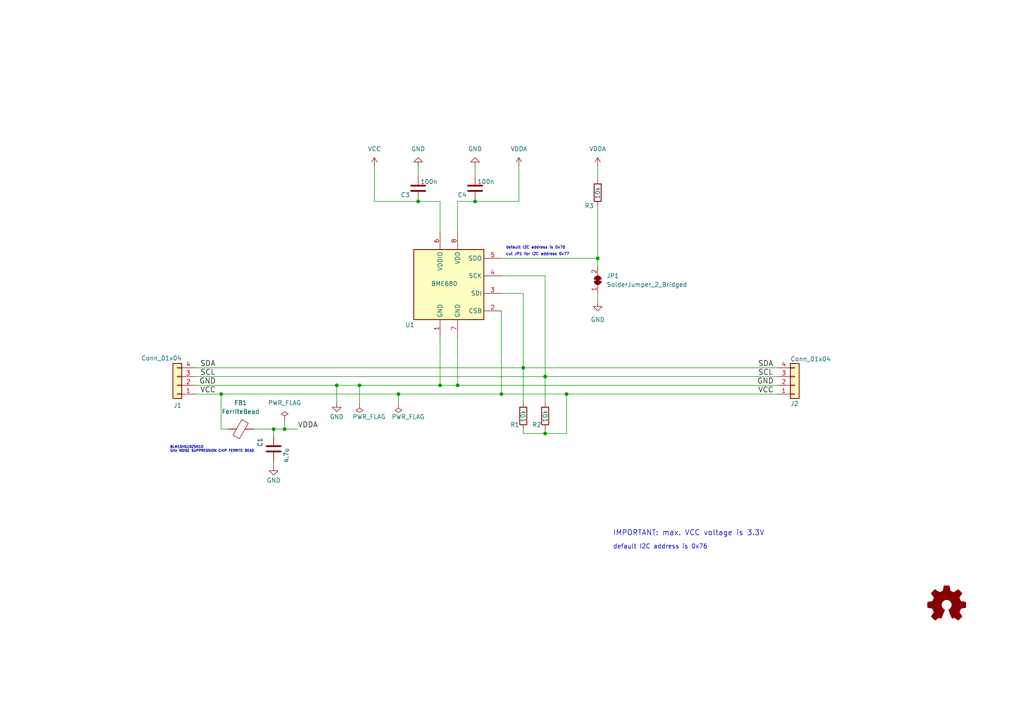
<source format=kicad_sch>
(kicad_sch (version 20211123) (generator eeschema)
  (paper "A4")
  (title_block (title "I2C_Module_BME680_FUEL4EP") (date "2024-02-08") (rev "1.2") (company "FUEL4EP") (comment 1 "fitting to  HB-UNI-SEN-BATT_ATMega1284P_E07-868MS10_FUEL4EP") (comment 2 "Creative Commons License, non-commercial"))
  (lib_symbols
    (symbol "Connector_Generic:Conn_01x04" (pin_names (offset 1.016) hide)
      (property "Reference" "J" (at 0 5.08 0))
      (property "Value" "Conn_01x04" (at 0 -7.62 0))
      (symbol "Conn_01x04_1_1"
        (rectangle (start -1.27 -4.953) (end 0 -5.207) (stroke (width 0.1524)))
        (rectangle (start -1.27 -2.413) (end 0 -2.667) (stroke (width 0.1524)))
        (rectangle (start -1.27 0.127) (end 0 -0.127) (stroke (width 0.1524)))
        (rectangle (start -1.27 2.667) (end 0 2.413) (stroke (width 0.1524)))
        (rectangle (start -1.27 3.81) (end 1.27 -6.35) (stroke (width 0.254)) (fill (type background)))
        (pin passive line (at -5.08 2.54 0) (length 3.81) (name "Pin_1") (number "1"))
        (pin passive line (at -5.08 0 0) (length 3.81) (name "Pin_2") (number "2"))
        (pin passive line (at -5.08 -2.54 0) (length 3.81) (name "Pin_3") (number "3"))
        (pin passive line (at -5.08 -5.08 0) (length 3.81) (name "Pin_4") (number "4"))
      )
    )
    (symbol "Device:C" (pin_numbers hide) (pin_names (offset 0.254))
      (property "Reference" "C" (at 0.635 2.54 0))
      (property "Value" "C" (at 0.635 -2.54 0))
      (symbol "C_0_1"
        (polyline (pts (xy -2.032 -0.762) (xy 2.032 -0.762)) (stroke (width 0.508)))
        (polyline (pts (xy -2.032 0.762) (xy 2.032 0.762)) (stroke (width 0.508)))
      )
      (symbol "C_1_1"
        (pin passive line (at 0 3.81 270) (length 2.794) (name "~") (number "1"))
        (pin passive line (at 0 -3.81 90) (length 2.794) (name "~") (number "2"))
      )
    )
    (symbol "Device:FerriteBead" (pin_numbers hide) (pin_names (offset 0))
      (property "Reference" "FB" (at -3.81 0.635 90))
      (property "Value" "FerriteBead" (at 3.81 0 90))
      (symbol "FerriteBead_0_1"
        (polyline (pts (xy 0 -1.27) (xy 0 -1.2192)))
        (polyline (pts (xy 0 1.27) (xy 0 1.2954)))
        (polyline (pts (xy -2.7686 0.4064) (xy -1.7018 2.2606) (xy 2.7686 -0.3048) (xy 1.6764 -2.159) (xy -2.7686 0.4064)))
      )
      (symbol "FerriteBead_1_1"
        (pin passive line (at 0 3.81 270) (length 2.54) (name "~") (number "1"))
        (pin passive line (at 0 -3.81 90) (length 2.54) (name "~") (number "2"))
      )
    )
    (symbol "Device:R" (pin_numbers hide) (pin_names (offset 0))
      (property "Reference" "R" (at 2.032 0 90))
      (property "Value" "R" (at 0 0 90))
      (symbol "R_0_1"
        (rectangle (start -1.016 -2.54) (end 1.016 2.54) (stroke (width 0.254)))
      )
      (symbol "R_1_1"
        (pin passive line (at 0 3.81 270) (length 1.27) (name "~") (number "1"))
        (pin passive line (at 0 -3.81 90) (length 1.27) (name "~") (number "2"))
      )
    )
    (symbol "Graphic:Logo_Open_Hardware_Small" (pin_names (offset 1.016))
      (symbol "Logo_Open_Hardware_Small_0_1"
        (polyline (pts (xy 3.3528 -4.3434) (xy 3.302 -4.318) (xy 3.175 -4.2418) (xy 2.9972 -4.1148) (xy 2.7686 -3.9624) (xy 2.54 -3.81) (xy 2.3622 -3.7084) (xy 2.2352 -3.6068) (xy 2.1844 -3.5814) (xy 2.159 -3.6068) (xy 2.0574 -3.6576) (xy 1.905 -3.7338) (xy 1.8034 -3.7846) (xy 1.6764 -3.8354) (xy 1.6002 -3.8354) (xy 1.6002 -3.8354) (xy 1.5494 -3.7338) (xy 1.4732 -3.5306) (xy 1.3462 -3.302) (xy 1.2446 -3.0226) (xy 1.1176 -2.7178) (xy 0.9652 -2.413) (xy 0.8636 -2.1082) (xy 0.7366 -1.8288) (xy 0.6604 -1.6256) (xy 0.6096 -1.4732) (xy 0.5842 -1.397) (xy 0.5842 -1.397) (xy 0.6604 -1.3208) (xy 0.7874 -1.2446) (xy 1.0414 -1.016) (xy 1.2954 -0.6858) (xy 1.4478 -0.3302) (xy 1.524 0.0762) (xy 1.4732 0.4572) (xy 1.3208 0.8128) (xy 1.0668 1.143) (xy 0.762 1.3716) (xy 0.4064 1.524) (xy 0 1.5748) (xy -0.381 1.5494) (xy -0.7366 1.397) (xy -1.0668 1.143) (xy -1.2192 0.9906) (xy -1.397 0.6604) (xy -1.524 0.3048) (xy -1.524 0.2286) (xy -1.4986 -0.1778) (xy -1.397 -0.5334) (xy -1.1938 -0.8636) (xy -0.9144 -1.143) (xy -0.8636 -1.1684) (xy -0.7366 -1.27) (xy -0.635 -1.3462) (xy -0.5842 -1.397) (xy -1.0668 -2.5908) (xy -1.143 -2.794) (xy -1.2954 -3.1242) (xy -1.397 -3.4036) (xy -1.4986 -3.6322) (xy -1.5748 -3.7846) (xy -1.6002 -3.8354) (xy -1.6002 -3.8354) (xy -1.651 -3.8354) (xy -1.7272 -3.81) (xy -1.905 -3.7338) (xy -2.0066 -3.683) (xy -2.1336 -3.6068) (xy -2.2098 -3.5814) (xy -2.2606 -3.6068) (xy -2.3622 -3.683) (xy -2.54 -3.81) (xy -2.7686 -3.9624) (xy -2.9718 -4.0894) (xy -3.1496 -4.2164) (xy -3.302 -4.318) (xy -3.3528 -4.3434) (xy -3.3782 -4.3434) (xy -3.429 -4.318) (xy -3.5306 -4.2164) (xy -3.7084 -4.064) (xy -3.937 -3.8354) (xy -3.9624 -3.81) (xy -4.1656 -3.6068) (xy -4.318 -3.4544) (xy -4.4196 -3.3274) (xy -4.445 -3.2766) (xy -4.445 -3.2766) (xy -4.4196 -3.2258) (xy -4.318 -3.0734) (xy -4.2164 -2.8956) (xy -4.064 -2.667) (xy -3.6576 -2.0828) (xy -3.8862 -1.5494) (xy -3.937 -1.3716) (xy -4.0386 -1.1684) (xy -4.0894 -1.0414) (xy -4.1148 -0.9652) (xy -4.191 -0.9398) (xy -4.318 -0.9144) (xy -4.5466 -0.8636) (xy -4.8006 -0.8128) (xy -5.0546 -0.7874) (xy -5.2578 -0.7366) (xy -5.4356 -0.7112) (xy -5.5118 -0.6858) (xy -5.5118 -0.6858) (xy -5.5372 -0.635) (xy -5.5372 -0.5588) (xy -5.5372 -0.4318) (xy -5.5626 -0.2286) (xy -5.5626 0.0762) (xy -5.5626 0.127) (xy -5.5372 0.4064) (xy -5.5372 0.635) (xy -5.5372 0.762) (xy -5.5372 0.8382) (xy -5.5372 0.8382) (xy -5.461 0.8382) (xy -5.3086 0.889) (xy -5.08 0.9144) (xy -4.826 0.9652) (xy -4.8006 0.9906) (xy -4.5466 1.0414) (xy -4.318 1.0668) (xy -4.1656 1.1176) (xy -4.0894 1.143) (xy -4.0894 1.143) (xy -4.0386 1.2446) (xy -3.9624 1.4224) (xy -3.8608 1.6256) (xy -3.7846 1.8288) (xy -3.7084 2.0066) (xy -3.6576 2.159) (xy -3.6322 2.2098) (xy -3.6322 2.2098) (xy -3.683 2.286) (xy -3.7592 2.413) (xy -3.8862 2.5908) (xy -4.064 2.8194) (xy -4.064 2.8448) (xy -4.2164 3.0734) (xy -4.3434 3.2512) (xy -4.4196 3.3782) (xy -4.445 3.4544) (xy -4.445 3.4544) (xy -4.3942 3.5052) (xy -4.2926 3.6322) (xy -4.1148 3.81) (xy -3.937 4.0132) (xy -3.8608 4.064) (xy -3.6576 4.2926) (xy -3.5052 4.4196) (xy -3.4036 4.4958) (xy -3.3528 4.5212) (xy -3.3528 4.5212) (xy -3.302 4.4704) (xy -3.1496 4.3688) (xy -2.9718 4.2418) (xy -2.7432 4.0894) (xy -2.7178 4.0894) (xy -2.4892 3.937) (xy -2.3114 3.81) (xy -2.1844 3.7084) (xy -2.1336 3.683) (xy -2.1082 3.683) (xy -2.032 3.7084) (xy -1.8542 3.7592) (xy -1.6764 3.8354) (xy -1.4732 3.937) (xy -1.27 4.0132) (xy -1.143 4.064) (xy -1.0668 4.1148) (xy -1.0668 4.1148) (xy -1.0414 4.191) (xy -1.016 4.3434) (xy -0.9652 4.572) (xy -0.9144 4.8514) (xy -0.889 4.9022) (xy -0.8382 5.1562) (xy -0.8128 5.3848) (xy -0.7874 5.5372) (xy -0.762 5.588) (xy -0.7112 5.6134) (xy -0.5842 5.6134) (xy -0.4064 5.6134) (xy -0.1524 5.6134) (xy 0.0762 5.6134) (xy 0.3302 5.6134) (xy 0.5334 5.6134) (xy 0.6858 5.588) (xy 0.7366 5.588) (xy 0.7366 5.588) (xy 0.762 5.5118) (xy 0.8128 5.334) (xy 0.8382 5.1054) (xy 0.9144 4.826) (xy 0.9144 4.7752) (xy 0.9652 4.5212) (xy 1.016 4.2926) (xy 1.0414 4.1402) (xy 1.0668 4.0894) (xy 1.0668 4.0894) (xy 1.1938 4.0386) (xy 1.3716 3.9624) (xy 1.5748 3.8608) (xy 2.0828 3.6576) (xy 2.7178 4.0894) (xy 2.7686 4.1402) (xy 2.9972 4.2926) (xy 3.175 4.4196) (xy 3.302 4.4958) (xy 3.3782 4.5212) (xy 3.3782 4.5212) (xy 3.429 4.4704) (xy 3.556 4.3434) (xy 3.7338 4.191) (xy 3.9116 3.9878) (xy 4.064 3.8354) (xy 4.2418 3.6576) (xy 4.3434 3.556) (xy 4.4196 3.4798) (xy 4.4196 3.429) (xy 4.4196 3.4036) (xy 4.3942 3.3274) (xy 4.2926 3.2004) (xy 4.1656 2.9972) (xy 4.0132 2.794) (xy 3.8862 2.5908) (xy 3.7592 2.3876) (xy 3.6576 2.2352) (xy 3.6322 2.159) (xy 3.6322 2.1336) (xy 3.683 2.0066) (xy 3.7592 1.8288) (xy 3.8608 1.6002) (xy 4.064 1.1176) (xy 4.3942 1.0414) (xy 4.5974 1.016) (xy 4.8768 0.9652) (xy 5.1308 0.9144) (xy 5.5372 0.8382) (xy 5.5626 -0.6604) (xy 5.4864 -0.6858) (xy 5.4356 -0.6858) (xy 5.2832 -0.7366) (xy 5.0546 -0.762) (xy 4.8006 -0.8128) (xy 4.5974 -0.8636) (xy 4.3688 -0.9144) (xy 4.2164 -0.9398) (xy 4.1402 -0.9398) (xy 4.1148 -0.9652) (xy 4.064 -1.0668) (xy 3.9878 -1.2446) (xy 3.9116 -1.4478) (xy 3.81 -1.651) (xy 3.7338 -1.8542) (xy 3.683 -2.0066) (xy 3.6576 -2.0828) (xy 3.683 -2.1336) (xy 3.7846 -2.2606) (xy 3.8862 -2.4638) (xy 4.0386 -2.667) (xy 4.191 -2.8956) (xy 4.318 -3.0734) (xy 4.3942 -3.2004) (xy 4.445 -3.2766) (xy 4.4196 -3.3274) (xy 4.3434 -3.429) (xy 4.1656 -3.5814) (xy 3.937 -3.8354) (xy 3.8862 -3.8608) (xy 3.683 -4.064) (xy 3.5306 -4.2164) (xy 3.4036 -4.318) (xy 3.3528 -4.3434)) (fill (type outline)))
      )
    )
    (symbol "Jumper:SolderJumper_2_Bridged" (pin_names (offset 0) hide)
      (property "Reference" "JP" (at 0 2.032 0))
      (property "Value" "SolderJumper_2_Bridged" (at 0 -2.54 0))
      (symbol "SolderJumper_2_Bridged_0_1"
        (rectangle (start -0.508 0.508) (end 0.508 -0.508) (fill (type outline)))
        (arc (start -0.254 1.016) (mid -1.27 0) (end -0.254 -1.016))
        (arc (start -0.254 1.016) (mid -1.27 0) (end -0.254 -1.016) (fill (type outline)))
        (polyline (pts (xy -0.254 1.016) (xy -0.254 -1.016)))
        (polyline (pts (xy 0.254 1.016) (xy 0.254 -1.016)))
        (arc (start 0.254 -1.016) (mid 1.27 0) (end 0.254 1.016))
        (arc (start 0.254 -1.016) (mid 1.27 0) (end 0.254 1.016) (fill (type outline)))
      )
      (symbol "SolderJumper_2_Bridged_1_1"
        (pin passive line (at -3.81 0 0) (length 2.54) (name "A") (number "1"))
        (pin passive line (at 3.81 0 180) (length 2.54) (name "B") (number "2"))
      )
    )
    (symbol "Sensor:BME680"
      (property "Reference" "U" (at -8.89 11.43 0))
      (property "Value" "BME680" (at 7.62 11.43 0))
      (symbol "BME680_0_1"
        (rectangle (start -10.16 10.16) (end 10.16 -10.16) (stroke (width 0.254)) (fill (type background)))
      )
      (symbol "BME680_1_1"
        (pin power_in line (at -2.54 -15.24 90) (length 5.08) (name "GND") (number "1"))
        (pin input line (at 15.24 -7.62 180) (length 5.08) (name "CSB") (number "2"))
        (pin bidirectional line (at 15.24 -2.54 180) (length 5.08) (name "SDI") (number "3"))
        (pin input line (at 15.24 2.54 180) (length 5.08) (name "SCK") (number "4"))
        (pin bidirectional line (at 15.24 7.62 180) (length 5.08) (name "SDO") (number "5"))
        (pin power_in line (at -2.54 15.24 270) (length 5.08) (name "VDDIO") (number "6"))
        (pin power_in line (at 2.54 -15.24 90) (length 5.08) (name "GND") (number "7"))
        (pin power_in line (at 2.54 15.24 270) (length 5.08) (name "VDD") (number "8"))
      )
    )
    (symbol "power:GND" (power) (pin_names (offset 0))
      (property "Value" "GND" (at 0 -3.81 0))
      (symbol "GND_0_1"
        (polyline (pts (xy 0 0) (xy 0 -1.27) (xy 1.27 -1.27) (xy 0 -2.54) (xy -1.27 -1.27) (xy 0 -1.27)))
      )
      (symbol "GND_1_1"
        (pin power_in line (at 0 0 270) (length 0) hide (name "GND") (number "1"))
      )
    )
    (symbol "power:PWR_FLAG" (power) (pin_numbers hide) (pin_names (offset 0) hide)
      (property "Value" "PWR_FLAG" (at 0 3.81 0))
      (symbol "PWR_FLAG_0_0"
        (pin power_out line (at 0 0 90) (length 0) (name "pwr") (number "1"))
      )
      (symbol "PWR_FLAG_0_1"
        (polyline (pts (xy 0 0) (xy 0 1.27) (xy -1.016 1.905) (xy 0 2.54) (xy 1.016 1.905) (xy 0 1.27)))
      )
    )
    (symbol "power:VCC" (power) (pin_names (offset 0))
      (property "Value" "VCC" (at 0 3.81 0))
      (symbol "VCC_0_1"
        (polyline (pts (xy -0.762 1.27) (xy 0 2.54)))
        (polyline (pts (xy 0 0) (xy 0 2.54)))
        (polyline (pts (xy 0 2.54) (xy 0.762 1.27)))
      )
      (symbol "VCC_1_1"
        (pin power_in line (at 0 0 90) (length 0) hide (name "VCC") (number "1"))
      )
    )
    (symbol "power:VDDA" (power) (pin_names (offset 0))
      (property "Value" "VDDA" (at 0 3.81 0))
      (symbol "VDDA_0_1"
        (polyline (pts (xy -0.762 1.27) (xy 0 2.54)))
        (polyline (pts (xy 0 0) (xy 0 2.54)))
        (polyline (pts (xy 0 2.54) (xy 0.762 1.27)))
      )
      (symbol "VDDA_1_1"
        (pin power_in line (at 0 0 90) (length 0) hide (name "VDDA") (number "1"))
      )
    )
  )
  (junction (at 158.115 109.22))
  (junction (at 64.135 114.3))
  (junction (at 127.635 111.76))
  (junction (at 132.715 111.76))
  (junction (at 137.795 58.42))
  (junction (at 164.338 114.3))
  (junction (at 79.375 124.46))
  (junction (at 121.285 58.42))
  (junction (at 158.115 125.73))
  (junction (at 97.663 111.76))
  (junction (at 151.765 106.68))
  (junction (at 104.267 111.76))
  (junction (at 145.415 114.3))
  (junction (at 82.55 124.46))
  (junction (at 115.57 114.3))
  (junction (at 173.355 74.93))
  (wire (pts (xy 151.765 85.09) (xy 151.765 106.68)))
  (wire (pts (xy 56.515 109.22) (xy 158.115 109.22)))
  (wire (pts (xy 97.663 111.76) (xy 104.267 111.76)))
  (wire (pts (xy 145.415 85.09) (xy 151.765 85.09)))
  (wire (pts (xy 158.115 80.01) (xy 158.115 109.22)))
  (wire (pts (xy 158.115 109.22) (xy 225.425 109.22)))
  (wire (pts (xy 127.635 67.31) (xy 127.635 58.42)))
  (wire (pts (xy 173.355 48.26) (xy 173.355 52.07)))
  (wire (pts (xy 151.765 124.46) (xy 151.765 125.73)))
  (wire (pts (xy 56.515 106.68) (xy 151.765 106.68)))
  (wire (pts (xy 121.285 48.26) (xy 121.285 50.8)))
  (wire (pts (xy 132.715 58.42) (xy 137.795 58.42)))
  (wire (pts (xy 86.36 124.46) (xy 82.55 124.46)))
  (wire (pts (xy 97.663 111.76) (xy 97.663 116.84)))
  (wire (pts (xy 150.495 48.26) (xy 150.495 58.42)))
  (wire (pts (xy 151.765 106.68) (xy 225.425 106.68)))
  (wire (pts (xy 158.115 124.46) (xy 158.115 125.73)))
  (wire (pts (xy 145.415 80.01) (xy 158.115 80.01)))
  (wire (pts (xy 121.285 58.42) (xy 127.635 58.42)))
  (wire (pts (xy 164.338 125.73) (xy 164.338 114.3)))
  (wire (pts (xy 79.375 133.985) (xy 79.375 135.255)))
  (wire (pts (xy 173.355 59.69) (xy 173.355 74.93)))
  (wire (pts (xy 173.355 85.09) (xy 173.355 87.63)))
  (wire (pts (xy 158.115 125.73) (xy 164.338 125.73)))
  (wire (pts (xy 82.55 124.46) (xy 79.375 124.46)))
  (wire (pts (xy 132.715 97.79) (xy 132.715 111.76)))
  (wire (pts (xy 137.795 58.42) (xy 150.495 58.42)))
  (wire (pts (xy 151.765 125.73) (xy 158.115 125.73)))
  (wire (pts (xy 82.55 121.92) (xy 82.55 124.46)))
  (wire (pts (xy 173.355 74.93) (xy 173.355 77.47)))
  (wire (pts (xy 145.415 90.17) (xy 145.415 114.3)))
  (wire (pts (xy 115.57 114.3) (xy 115.57 117.094)))
  (wire (pts (xy 79.375 124.46) (xy 79.375 126.365)))
  (wire (pts (xy 127.635 97.79) (xy 127.635 111.76)))
  (wire (pts (xy 132.715 67.31) (xy 132.715 58.42)))
  (wire (pts (xy 151.765 106.68) (xy 151.765 116.84)))
  (wire (pts (xy 108.585 58.42) (xy 121.285 58.42)))
  (wire (pts (xy 64.135 114.3) (xy 115.57 114.3)))
  (wire (pts (xy 137.795 48.26) (xy 137.795 50.8)))
  (wire (pts (xy 127.635 111.76) (xy 132.715 111.76)))
  (wire (pts (xy 145.415 74.93) (xy 173.355 74.93)))
  (wire (pts (xy 56.515 114.3) (xy 64.135 114.3)))
  (wire (pts (xy 64.135 124.46) (xy 66.04 124.46)))
  (wire (pts (xy 108.585 48.26) (xy 108.585 58.42)))
  (wire (pts (xy 158.115 109.22) (xy 158.115 116.84)))
  (wire (pts (xy 56.515 111.76) (xy 97.663 111.76)))
  (wire (pts (xy 104.267 111.76) (xy 127.635 111.76)))
  (wire (pts (xy 115.57 114.3) (xy 145.415 114.3)))
  (wire (pts (xy 73.66 124.46) (xy 79.375 124.46)))
  (wire (pts (xy 132.715 111.76) (xy 225.425 111.76)))
  (wire (pts (xy 104.267 111.76) (xy 104.267 117.094)))
  (wire (pts (xy 164.338 114.3) (xy 225.425 114.3)))
  (wire (pts (xy 64.135 114.3) (xy 64.135 124.46)))
  (wire (pts (xy 145.415 114.3) (xy 164.338 114.3)))
  (text "cut JP1 for I2C address 0x77\n" (at 146.685 74.295 0) (effects (font (size 0.8 0.8)) (justify left bottom)))
  (text "BLM15HG102SN1D\nGHz NOISE SUPPRESSION CHIP FERRITE BEAD" (at 49.276 131.318 0) (effects (font (size 0.7 0.7)) (justify left bottom)))
  (text "default I2C address is 0x76\n" (at 177.8 159.385 0) (effects (font (size 1.27 1.27)) (justify left bottom)))
  (text "default I2C address is 0x76\n" (at 146.685 72.39 0) (effects (font (size 0.8 0.8)) (justify left bottom)))
  (text "IMPORTANT: max. VCC voltage is 3.3V" (at 177.8 155.575 0) (effects (font (size 1.524 1.524)) (justify left bottom)))
  (label "SCL" (at 219.837 109.22 0) (effects (font (size 1.524 1.524))))
  (label "VCC" (at 219.837 114.3 0) (effects (font (size 1.524 1.524))))
  (label "VCC" (at 58.039 114.3 0) (effects (font (size 1.524 1.524))))
  (label "SDA" (at 219.837 106.68 0) (effects (font (size 1.524 1.524))))
  (label "SCL" (at 58.039 109.22 0) (effects (font (size 1.524 1.524))))
  (label "GND" (at 57.785 111.76 0) (effects (font (size 1.524 1.524))))
  (label "VDDA" (at 86.36 124.46 0) (effects (font (size 1.524 1.524))))
  (label "GND" (at 219.583 111.76 0) (effects (font (size 1.524 1.524))))
  (label "SDA" (at 58.039 106.68 0) (effects (font (size 1.524 1.524))))
  (symbol (lib_id "Connector_Generic:Conn_01x04") (at 230.505 111.76 0) (mirror x) (unit 1)
    (property "Reference" "J2" (at 229.235 117.094 0) (effects (justify left)))
    (property "Value" "Conn_01x04" (at 229.235 104.14 0) (effects (justify left)))
    (property "Footprint" "Connector_PinHeader_2.54mm:PinHeader_1x04_P2.54mm_Vertical" (effects hide))
  )
  (symbol (lib_id "Connector_Generic:Conn_01x04") (at 51.435 111.76 180) (unit 1)
    (property "Reference" "J1" (at 52.705 117.602 0) (effects (justify left)))
    (property "Value" "Conn_01x04" (at 52.705 103.886 0) (effects (justify left)))
    (property "Footprint" "Connector_PinHeader_2.54mm:PinHeader_1x04_P2.54mm_Vertical" (effects hide))
  )
  (symbol (lib_id "Graphic:Logo_Open_Hardware_Small") (at 274.574 175.514 0) (unit 1)
    (property "Reference" "LOGO1" (effects hide))
    (property "Value" "Logo_Open_Hardware_Small" (effects hide))
    (property "Footprint" "FUEL4EP:CC-BY-ND-SA" (effects hide))
  )
  (symbol (lib_id "Device:R") (at 151.765 120.65 0) (unit 1)
    (property "Reference" "R1" (at 147.955 123.19 0) (effects (justify left)))
    (property "Value" "10k" (at 151.765 122.555 90) (effects (justify left)))
    (property "Footprint" "Resistor_SMD:R_0402_1005Metric" (effects hide))
    (property "LCSC" "C25744" (effects hide))
    (property "TYPE" "0402" (effects hide))
  )
  (symbol (lib_id "power:GND") (at 121.285 48.26 180) (unit 1)
    (property "Reference" "#PWR04" (effects hide))
    (property "Value" "GND" (at 121.285 43.18 0))
  )
  (symbol (lib_id "Device:FerriteBead") (at 69.85 124.46 90) (unit 1)
    (property "Reference" "FB1" (at 69.7992 116.84 90))
    (property "Value" "FerriteBead" (at 69.7992 119.38 90))
    (property "Footprint" "Inductor_SMD:L_0402_1005Metric" (effects hide))
    (property "Datasheet" "https://www.murata.com/products/productdata/8796740223006/ENFA0024.pdf?1531144803000" (effects hide))
    (property "LCSC" "C76889" (effects hide))
    (property "TYPE" "0402" (effects hide))
  )
  (symbol (lib_id "Device:C") (at 137.795 54.61 0) (unit 1)
    (property "Reference" "C4" (at 132.715 56.515 0) (effects (justify left)))
    (property "Value" "100n" (at 138.43 52.705 0) (effects (justify left)))
    (property "Footprint" "Capacitor_SMD:C_0603_1608Metric" (effects hide))
    (property "LCSC" "C14663" (effects hide))
    (property "TYPE" "0603" (effects hide))
  )
  (symbol (lib_id "power:GND") (at 97.663 116.84 0) (unit 1)
    (property "Reference" "#PWR02" (effects hide))
    (property "Value" "GND" (at 97.663 120.904 0))
  )
  (symbol (lib_id "power:GND") (at 137.795 48.26 180) (unit 1)
    (property "Reference" "#PWR05" (effects hide))
    (property "Value" "GND" (at 137.795 43.18 0))
  )
  (symbol (lib_id "power:GND") (at 173.355 87.63 0) (unit 1)
    (property "Reference" "#PWR010" (effects hide))
    (property "Value" "GND" (at 173.355 92.71 0))
  )
  (symbol (lib_id "power:VCC") (at 108.585 48.26 0) (unit 1)
    (property "Reference" "#PWR03" (effects hide))
    (property "Value" "VCC" (at 108.585 43.18 0))
  )
  (symbol (lib_id "power:PWR_FLAG") (at 82.55 121.92 0) (unit 1)
    (property "Reference" "#FLG0101" (effects hide))
    (property "Value" "PWR_FLAG" (at 82.55 116.84 0))
  )
  (symbol (lib_id "power:PWR_FLAG") (at 115.57 117.094 180) (unit 1)
    (property "Reference" "#FLG0102" (effects hide))
    (property "Value" "PWR_FLAG" (at 113.538 120.904 0) (effects (justify right)))
  )
  (symbol (lib_id "Device:R") (at 173.355 55.88 0) (unit 1)
    (property "Reference" "R3" (at 169.545 59.69 0) (effects (justify left)))
    (property "Value" "10k" (at 173.355 57.785 90) (effects (justify left)))
    (property "Footprint" "Resistor_SMD:R_0402_1005Metric" (effects hide))
    (property "LCSC" "C25744" (effects hide))
    (property "TYPE" "0402" (effects hide))
  )
  (symbol (lib_id "Device:C") (at 79.375 130.175 0) (unit 1)
    (property "Reference" "C1" (at 75.438 128.27 90))
    (property "Value" "4.7u" (at 83.058 132.08 90))
    (property "Footprint" "Capacitor_SMD:C_0603_1608Metric" (effects hide))
    (property "LCSC" "C19666" (effects hide))
    (property "TYPE" "0603" (effects hide))
  )
  (symbol (lib_id "Device:C") (at 121.285 54.61 0) (unit 1)
    (property "Reference" "C3" (at 116.205 56.515 0) (effects (justify left)))
    (property "Value" "100n" (at 121.92 52.705 0) (effects (justify left)))
    (property "Footprint" "Capacitor_SMD:C_0603_1608Metric" (effects hide))
    (property "LCSC" "C14663" (effects hide))
    (property "TYPE" "0603" (effects hide))
  )
  (symbol (lib_id "power:VDDA") (at 173.355 48.26 0) (unit 1)
    (property "Reference" "#PWR0101" (effects hide))
    (property "Value" "VDDA" (at 173.355 43.18 0))
  )
  (symbol (lib_id "Jumper:SolderJumper_2_Bridged") (at 173.355 81.28 90) (unit 1)
    (property "Reference" "JP1" (at 175.895 80.0099 90) (effects (justify right)))
    (property "Value" "SolderJumper_2_Bridged" (at 175.895 82.5499 90) (effects (justify right)))
    (property "Footprint" "Jumper:SolderJumper-2_P1.3mm_Bridged_Pad1.0x1.5mm" (effects hide))
  )
  (symbol (lib_id "power:GND") (at 79.375 135.255 0) (unit 1)
    (property "Reference" "#PWR0103" (effects hide))
    (property "Value" "GND" (at 79.375 139.319 0))
  )
  (symbol (lib_id "power:PWR_FLAG") (at 104.267 117.094 180) (unit 1)
    (property "Reference" "#FLG02" (effects hide))
    (property "Value" "PWR_FLAG" (at 102.235 120.904 0) (effects (justify right)))
  )
  (symbol (lib_id "Sensor:BME680") (at 130.175 82.55 0) (unit 1)
    (property "Reference" "U1" (at 120.269 94.234 0) (effects (justify right)))
    (property "Value" "BME680" (at 132.715 82.296 0) (effects (justify right)))
    (property "Footprint" "Package_LGA:Bosch_LGA-8_3x3mm_P0.8mm_ClockwisePinNumbering" (effects hide))
    (property "Datasheet" "https://ae-bst.resource.bosch.com/media/_tech/media/datasheets/BST-BME680-DS001.pdf" (effects hide))
    (property "LCSC" "C125972" (effects hide))
    (property "TYPE" "LGA-8" (effects hide))
  )
  (symbol (lib_id "power:VDDA") (at 150.495 48.26 0) (unit 1)
    (property "Reference" "#PWR0102" (effects hide))
    (property "Value" "VDDA" (at 150.495 43.18 0))
  )
  (symbol (lib_id "Device:R") (at 158.115 120.65 0) (unit 1)
    (property "Reference" "R2" (at 154.305 123.19 0) (effects (justify left)))
    (property "Value" "10k" (at 158.115 122.555 90) (effects (justify left)))
    (property "Footprint" "Resistor_SMD:R_0402_1005Metric" (effects hide))
    (property "LCSC" "C25744" (effects hide))
    (property "TYPE" "0402" (effects hide))
  )
)
</source>
